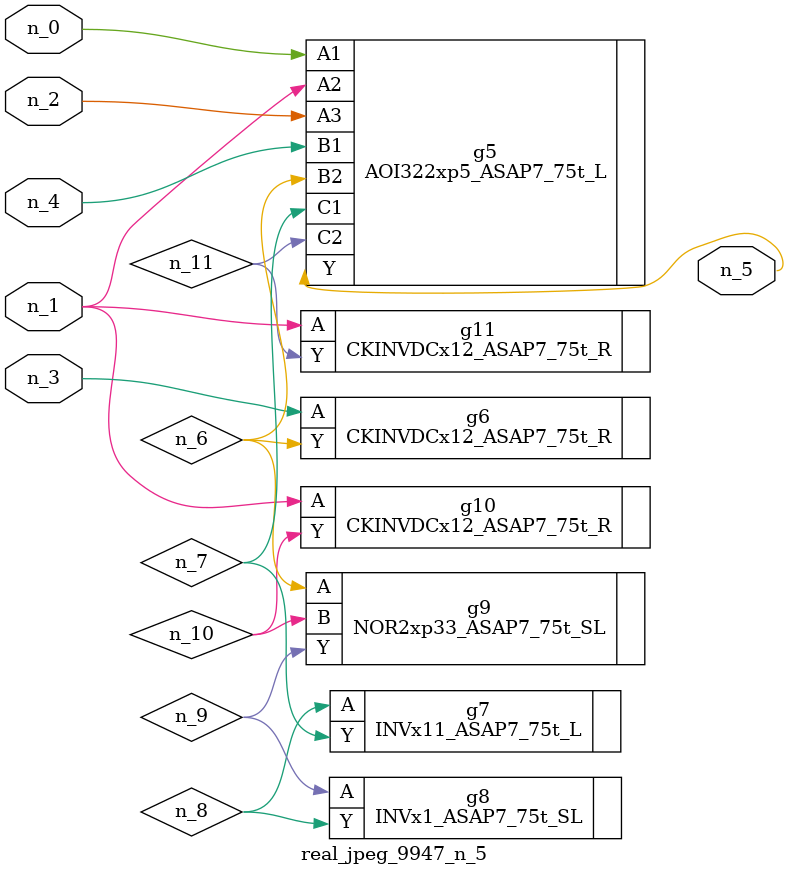
<source format=v>
module real_jpeg_9947_n_5 (n_4, n_0, n_1, n_2, n_3, n_5);

input n_4;
input n_0;
input n_1;
input n_2;
input n_3;

output n_5;

wire n_8;
wire n_11;
wire n_6;
wire n_7;
wire n_10;
wire n_9;

AOI322xp5_ASAP7_75t_L g5 ( 
.A1(n_0),
.A2(n_1),
.A3(n_2),
.B1(n_4),
.B2(n_6),
.C1(n_7),
.C2(n_11),
.Y(n_5)
);

CKINVDCx12_ASAP7_75t_R g10 ( 
.A(n_1),
.Y(n_10)
);

CKINVDCx12_ASAP7_75t_R g11 ( 
.A(n_1),
.Y(n_11)
);

CKINVDCx12_ASAP7_75t_R g6 ( 
.A(n_3),
.Y(n_6)
);

NOR2xp33_ASAP7_75t_SL g9 ( 
.A(n_6),
.B(n_10),
.Y(n_9)
);

INVx11_ASAP7_75t_L g7 ( 
.A(n_8),
.Y(n_7)
);

INVx1_ASAP7_75t_SL g8 ( 
.A(n_9),
.Y(n_8)
);


endmodule
</source>
